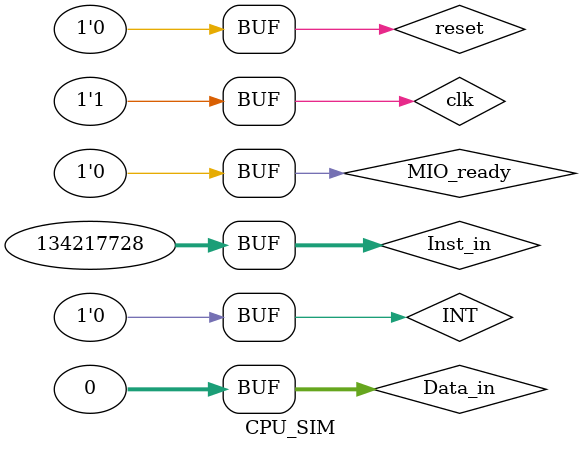
<source format=v>
`timescale 1ns / 1ps


module CPU_SIM;

	// Inputs
	reg clk;
	reg reset;
	reg MIO_ready;
	reg [31:0] Inst_in;
	reg [31:0] Data_in;
	reg INT;

	// Outputs
	wire [31:0] PC_out;
	wire [31:0] inst_out;
	wire mem_w;
	wire [31:0] Addr_out;
	wire [31:0] Data_out;
	wire CPU_MIO;

	// Instantiate the Unit Under Test (UUT)
	CPU uut (
		.clk(clk), 
		.reset(reset), 
		.MIO_ready(MIO_ready), 
		.PC_out(PC_out), 
		.inst_out(inst_out), 
		.mem_w(mem_w), 
		.Addr_out(Addr_out), 
		.Data_out(Data_out), 
		.Inst_in(Inst_in), 
		.Data_in(Data_in), 
		.CPU_MIO(CPU_MIO), 
		.INT(INT)
	);

	initial begin
		// Initialize Inputs
		clk = 0;
		reset = 0;
		MIO_ready = 0;
		Inst_in = 0;
		Data_in = 0;
		INT = 0;

		// Wait 100 ns for global reset to finish
		#50;
      clk=1;
		Inst_in = 32'h00000826;
		#50;
		clk=0;
		#50;
      clk=1;
		Inst_in = 32'h00211020;
		#50;
		clk=0;
		#50;
      clk=1;
		Inst_in = 32'h08000000;
		#50;
		clk=0;
		#50;
		clk=1;
		#50;
		clk=0;
		#50;
		clk=1;
		#50;
		clk=0;
		#50;
		clk=1;
		// Add stimulus here

	end
      
endmodule


</source>
